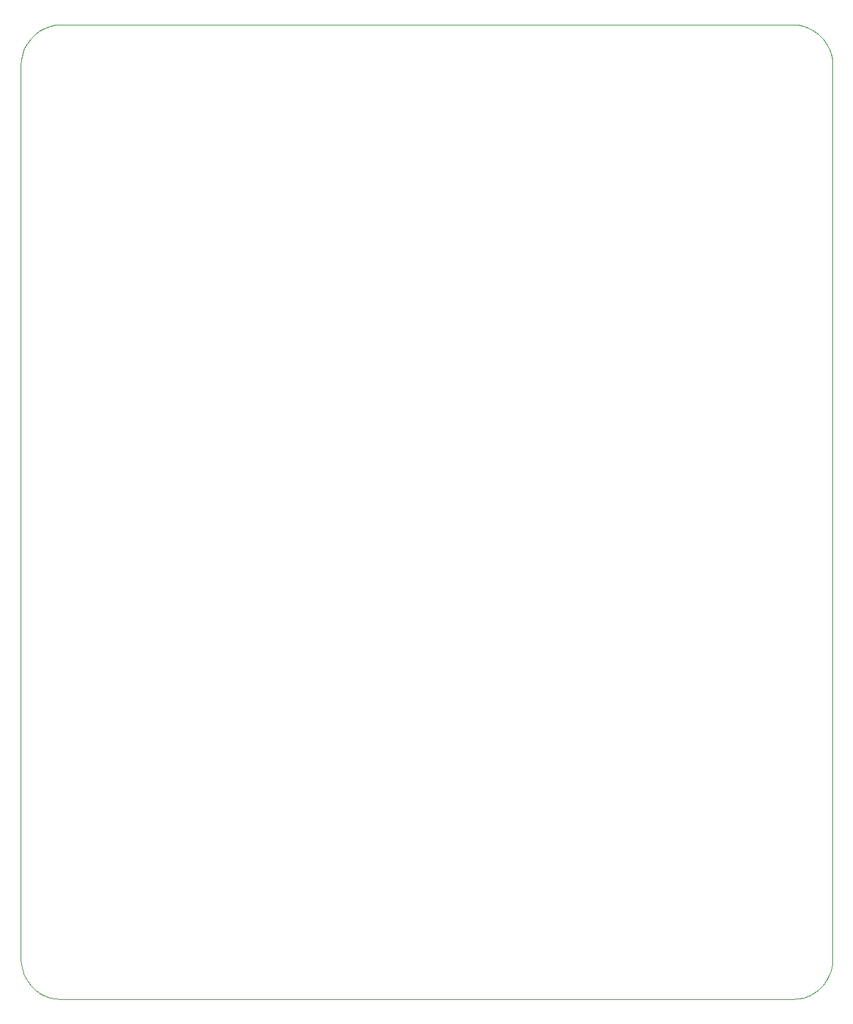
<source format=gm1>
G04 Layer_Color=16711935*
%FSLAX44Y44*%
%MOMM*%
G71*
G01*
G75*
%ADD74C,0.1000*%
D74*
X999999Y50000D02*
Y1150000D01*
X999491Y1157115D02*
X999999Y1150000D01*
X997974Y1164087D02*
X999491Y1157115D01*
X995481Y1170770D02*
X997974Y1164087D01*
X992062Y1177032D02*
X995481Y1170770D01*
X987787Y1182743D02*
X992062Y1177032D01*
X982743Y1187787D02*
X987787Y1182743D01*
X977032Y1192062D02*
X982743Y1187787D01*
X970770Y1195481D02*
X977032Y1192062D01*
X964086Y1197974D02*
X970770Y1195481D01*
X957115Y1199491D02*
X964086Y1197974D01*
X949999Y1200000D02*
X957115Y1199491D01*
X49999Y1200000D02*
X949999D01*
X42884Y1199491D02*
X49999Y1200000D01*
X35913Y1197974D02*
X42884Y1199491D01*
X29229Y1195481D02*
X35913Y1197974D01*
X22968Y1192062D02*
X29229Y1195481D01*
X17256Y1187787D02*
X22968Y1192062D01*
X12212Y1182743D02*
X17256Y1187787D01*
X7937Y1177032D02*
X12212Y1182743D01*
X4518Y1170770D02*
X7937Y1177032D01*
X2025Y1164087D02*
X4518Y1170770D01*
X508Y1157115D02*
X2025Y1164087D01*
X-0Y1150000D02*
X508Y1157115D01*
X-0Y50000D02*
Y1150000D01*
Y50000D02*
X508Y42884D01*
X2025Y35913D01*
X4518Y29229D01*
X7937Y22968D01*
X12212Y17257D01*
X17256Y12212D01*
X22968Y7937D01*
X29229Y4518D01*
X35913Y2025D01*
X42884Y509D01*
X49999Y-0D01*
X949999D01*
X957115Y509D01*
X964086Y2025D01*
X970770Y4518D01*
X977032Y7937D01*
X982743Y12212D01*
X987787Y17257D01*
X992062Y22968D01*
X995481Y29229D01*
X997974Y35913D01*
X999491Y42884D01*
X999999Y50000D01*
M02*

</source>
